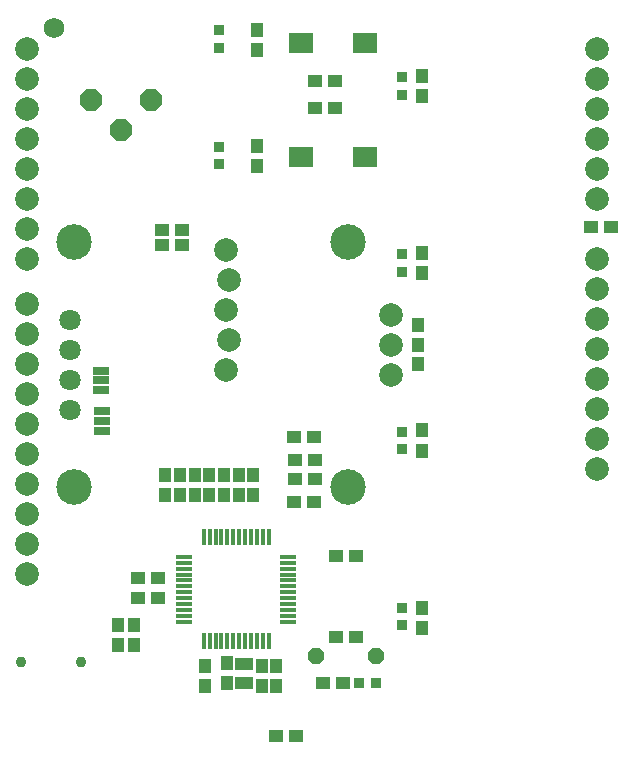
<source format=gts>
G75*
%MOIN*%
%OFA0B0*%
%FSLAX25Y25*%
%IPPOS*%
%LPD*%
%AMOC8*
5,1,8,0,0,1.08239X$1,22.5*
%
%ADD10C,0.07100*%
%ADD11C,0.11839*%
%ADD12R,0.08374X0.06799*%
%ADD13R,0.05618X0.01327*%
%ADD14R,0.01327X0.05618*%
%ADD15R,0.04831X0.04437*%
%ADD16R,0.04437X0.04831*%
%ADD17OC8,0.07100*%
%ADD18R,0.03650X0.03650*%
%ADD19C,0.07900*%
%ADD20R,0.06209X0.04437*%
%ADD21OC8,0.05300*%
%ADD22C,0.03672*%
%ADD23R,0.05500X0.02500*%
%ADD24C,0.06800*%
D10*
X0058364Y0158212D03*
X0058364Y0168212D03*
X0058364Y0178212D03*
X0058364Y0188212D03*
D11*
X0059742Y0214117D03*
X0059742Y0132621D03*
X0151081Y0132621D03*
X0151081Y0214117D03*
D12*
X0156711Y0242582D03*
X0135451Y0242582D03*
X0135451Y0280377D03*
X0156711Y0280377D03*
D13*
X0131238Y0109196D03*
X0131238Y0107228D03*
X0131238Y0105259D03*
X0131238Y0103291D03*
X0131238Y0101322D03*
X0131238Y0099354D03*
X0131238Y0097385D03*
X0131238Y0095417D03*
X0131238Y0093448D03*
X0131238Y0091480D03*
X0131238Y0089511D03*
X0131238Y0087543D03*
X0096593Y0087543D03*
X0096593Y0089511D03*
X0096593Y0091480D03*
X0096593Y0093448D03*
X0096593Y0095417D03*
X0096593Y0097385D03*
X0096593Y0099354D03*
X0096593Y0101322D03*
X0096593Y0103291D03*
X0096593Y0105259D03*
X0096593Y0107228D03*
X0096593Y0109196D03*
D14*
X0103089Y0115692D03*
X0105057Y0115692D03*
X0107026Y0115692D03*
X0108994Y0115692D03*
X0110963Y0115692D03*
X0112931Y0115692D03*
X0114900Y0115692D03*
X0116868Y0115692D03*
X0118837Y0115692D03*
X0120805Y0115692D03*
X0122774Y0115692D03*
X0124742Y0115692D03*
X0124742Y0081047D03*
X0122774Y0081047D03*
X0120805Y0081047D03*
X0118837Y0081047D03*
X0116868Y0081047D03*
X0114900Y0081047D03*
X0112931Y0081047D03*
X0110963Y0081047D03*
X0108994Y0081047D03*
X0107026Y0081047D03*
X0105057Y0081047D03*
X0103089Y0081047D03*
D15*
X0087816Y0095405D03*
X0087816Y0102008D03*
X0081124Y0102008D03*
X0081124Y0095405D03*
X0127014Y0049410D03*
X0133706Y0049410D03*
X0142704Y0067010D03*
X0149396Y0067010D03*
X0147239Y0082528D03*
X0153932Y0082528D03*
X0153886Y0109360D03*
X0147194Y0109360D03*
X0139960Y0127402D03*
X0133267Y0127402D03*
X0133425Y0135040D03*
X0133425Y0141418D03*
X0140118Y0141418D03*
X0140118Y0135040D03*
X0139960Y0149253D03*
X0133267Y0149253D03*
X0095716Y0213030D03*
X0095716Y0218030D03*
X0089024Y0218030D03*
X0089024Y0213030D03*
X0140057Y0258763D03*
X0146750Y0258763D03*
X0146829Y0267739D03*
X0140136Y0267739D03*
X0232065Y0218999D03*
X0238758Y0218999D03*
D16*
X0176002Y0210377D03*
X0176002Y0203684D03*
X0174414Y0186638D03*
X0174414Y0179945D03*
X0174414Y0173638D03*
X0176002Y0151322D03*
X0176002Y0144629D03*
X0176002Y0092267D03*
X0176002Y0085574D03*
X0127270Y0072676D03*
X0122370Y0072676D03*
X0122370Y0065984D03*
X0127270Y0065984D03*
X0110770Y0066984D03*
X0110770Y0073676D03*
X0103570Y0072976D03*
X0103570Y0066284D03*
X0079930Y0079769D03*
X0074644Y0079770D03*
X0074644Y0086463D03*
X0079930Y0086462D03*
X0090270Y0129884D03*
X0095170Y0129884D03*
X0100070Y0129884D03*
X0104970Y0129884D03*
X0109870Y0129884D03*
X0114770Y0129884D03*
X0119670Y0129884D03*
X0119670Y0136576D03*
X0114770Y0136576D03*
X0109870Y0136576D03*
X0104970Y0136576D03*
X0100070Y0136576D03*
X0095170Y0136576D03*
X0090270Y0136576D03*
X0120727Y0239393D03*
X0120727Y0246086D03*
X0120727Y0278251D03*
X0120727Y0284944D03*
X0176002Y0269432D03*
X0176002Y0262739D03*
D17*
X0085609Y0261519D03*
X0075609Y0251519D03*
X0065609Y0261519D03*
D18*
X0108010Y0245968D03*
X0108010Y0240062D03*
X0108168Y0278842D03*
X0108168Y0284747D03*
X0169113Y0269039D03*
X0169113Y0263133D03*
X0169113Y0209984D03*
X0169113Y0204078D03*
X0169113Y0150928D03*
X0169113Y0145023D03*
X0169113Y0092267D03*
X0169113Y0086361D03*
X0160623Y0067000D03*
X0154717Y0067000D03*
D19*
X0234152Y0138369D03*
X0234152Y0148369D03*
X0234152Y0158369D03*
X0234152Y0168369D03*
X0234152Y0178369D03*
X0234152Y0188369D03*
X0234152Y0198369D03*
X0234152Y0208369D03*
X0234152Y0228369D03*
X0234152Y0238369D03*
X0234152Y0248369D03*
X0234152Y0258369D03*
X0234152Y0268369D03*
X0234152Y0278369D03*
X0165636Y0189888D03*
X0165636Y0179888D03*
X0165636Y0169888D03*
X0110463Y0171440D03*
X0111463Y0181440D03*
X0110463Y0191440D03*
X0111463Y0201440D03*
X0110463Y0211440D03*
X0044152Y0208369D03*
X0044152Y0218369D03*
X0044152Y0228369D03*
X0044152Y0238369D03*
X0044152Y0248369D03*
X0044152Y0258369D03*
X0044152Y0268369D03*
X0044152Y0278369D03*
X0044152Y0193369D03*
X0044152Y0183369D03*
X0044152Y0173369D03*
X0044152Y0163369D03*
X0044152Y0153369D03*
X0044152Y0143369D03*
X0044152Y0133369D03*
X0044152Y0123369D03*
X0044152Y0113369D03*
X0044152Y0103369D03*
D20*
X0116603Y0073561D03*
X0116603Y0067262D03*
D21*
X0140523Y0076100D03*
X0160523Y0076100D03*
D22*
X0042223Y0074196D03*
X0062301Y0074196D03*
D23*
X0069178Y0151300D03*
X0069178Y0154500D03*
X0069178Y0157700D03*
X0068831Y0164851D03*
X0068831Y0168051D03*
X0068831Y0171251D03*
D24*
X0053050Y0285350D03*
M02*

</source>
